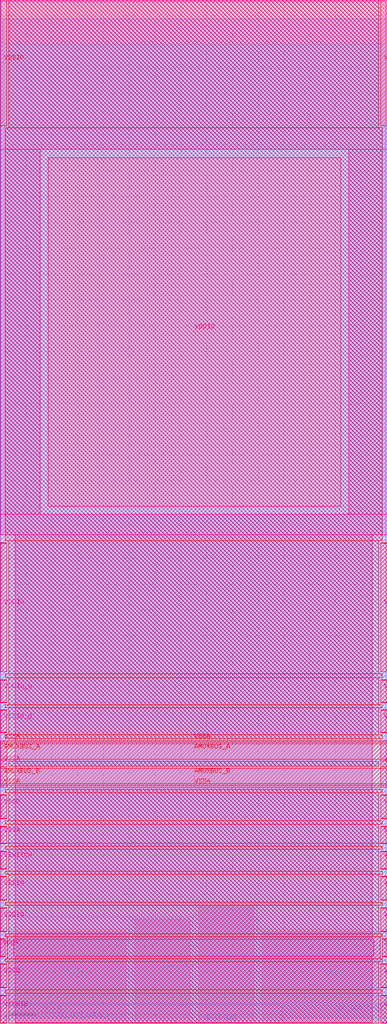
<source format=lef>
VERSION 5.7 ;
  NOWIREEXTENSIONATPIN ON ;
  DIVIDERCHAR "/" ;
  BUSBITCHARS "[]" ;
MACRO sky130_ef_io__vddio_lvc_pad
  CLASS PAD POWER ;
  FOREIGN sky130_ef_io__vddio_lvc_pad ;
  ORIGIN 0.000 0.000 ;
  SIZE 75.000 BY 197.965 ;
  PIN AMUXBUS_A
    DIRECTION INOUT ;
    USE SIGNAL ;
    PORT
      LAYER met4 ;
        RECT 0.000 51.090 75.000 54.070 ;
    END
    PORT
      LAYER met4 ;
        RECT 0.000 51.090 1.270 54.070 ;
    END
  END AMUXBUS_A
  PIN AMUXBUS_B
    DIRECTION INOUT ;
    USE SIGNAL ;
    PORT
      LAYER met4 ;
        RECT 0.000 46.330 75.000 49.310 ;
    END
    PORT
      LAYER met4 ;
        RECT 0.000 46.330 1.270 49.310 ;
    END
  END AMUXBUS_B
  PIN DRN_LVC1
    DIRECTION INOUT ;
    USE POWER ;
    PORT
      LAYER met3 ;
        RECT 26.000 -0.035 36.880 20.185 ;
    END
  END DRN_LVC1
  PIN DRN_LVC2
    DIRECTION INOUT ;
    USE POWER ;
    PORT
      LAYER met3 ;
        RECT 38.380 -0.035 49.255 22.865 ;
    END
  END DRN_LVC2
  PIN SRC_BDY_LVC1
    DIRECTION INOUT ;
    USE GROUND ;
    PORT
      LAYER met2 ;
        RECT 0.500 -0.035 20.495 1.450 ;
    END
  END SRC_BDY_LVC1
  PIN SRC_BDY_LVC2
    DIRECTION INOUT ;
    USE GROUND ;
    PORT
      LAYER met2 ;
        RECT 54.715 -0.035 74.700 3.625 ;
    END
  END SRC_BDY_LVC2
  PIN BDY2_B2B
    DIRECTION INOUT ;
    USE GROUND ;
    PORT
      LAYER met2 ;
        RECT 34.440 -0.035 44.440 0.290 ;
    END
  END BDY2_B2B
  PIN VSSA
    DIRECTION INOUT ;
    USE GROUND ;
    PORT
      LAYER met5 ;
        RECT 73.730 45.700 75.000 54.700 ;
    END
    PORT
      LAYER met5 ;
        RECT 73.730 34.805 75.000 38.050 ;
    END
    PORT
      LAYER met5 ;
        RECT 0.000 45.700 1.270 54.700 ;
    END
    PORT
      LAYER met5 ;
        RECT 0.000 34.805 1.270 38.050 ;
    END
    PORT
      LAYER met4 ;
        RECT 73.730 49.610 75.000 50.790 ;
    END
    PORT
      LAYER met4 ;
        RECT 0.000 54.370 75.000 54.700 ;
    END
    PORT
      LAYER met4 ;
        RECT 0.000 45.700 75.000 46.030 ;
    END
    PORT
      LAYER met4 ;
        RECT 73.730 34.700 75.000 38.150 ;
    END
    PORT
      LAYER met4 ;
        RECT 0.000 45.700 1.270 46.030 ;
    END
    PORT
      LAYER met4 ;
        RECT 0.000 49.610 1.270 50.790 ;
    END
    PORT
      LAYER met4 ;
        RECT 0.000 54.370 1.270 54.700 ;
    END
    PORT
      LAYER met4 ;
        RECT 0.000 34.700 1.270 38.150 ;
    END
  END VSSA
  PIN VDDA
    DIRECTION INOUT ;
    USE POWER ;
    PORT
      LAYER met5 ;
        RECT 74.035 13.000 75.000 16.250 ;
    END
    PORT
      LAYER met5 ;
        RECT 0.000 13.000 0.965 16.250 ;
    END
    PORT
      LAYER met4 ;
        RECT 74.035 12.900 75.000 16.350 ;
    END
    PORT
      LAYER met4 ;
        RECT 0.000 12.900 0.965 16.350 ;
    END
  END VDDA
  PIN VSWITCH
    DIRECTION INOUT ;
    USE POWER ;
    PORT
      LAYER met5 ;
        RECT 73.730 29.950 75.000 33.200 ;
    END
    PORT
      LAYER met5 ;
        RECT 0.000 29.950 1.270 33.200 ;
    END
    PORT
      LAYER met4 ;
        RECT 73.730 29.850 75.000 33.300 ;
    END
    PORT
      LAYER met4 ;
        RECT 0.000 29.850 1.270 33.300 ;
    END
  END VSWITCH
  PIN VDDIO_Q
    DIRECTION INOUT ;
    USE POWER ;
    PORT
      LAYER met5 ;
        RECT 73.730 62.150 75.000 66.400 ;
    END
    PORT
      LAYER met5 ;
        RECT 0.000 62.150 1.270 66.400 ;
    END
    PORT
      LAYER met4 ;
        RECT 73.730 62.050 75.000 66.500 ;
    END
    PORT
      LAYER met4 ;
        RECT 0.000 62.050 1.270 66.500 ;
    END
  END VDDIO_Q
  PIN VCCHIB
    DIRECTION INOUT ;
    USE POWER ;
    PORT
      LAYER met5 ;
        RECT 73.730 0.100 75.000 5.350 ;
    END
    PORT
      LAYER met5 ;
        RECT 0.000 0.100 1.270 5.350 ;
    END
    PORT
      LAYER met4 ;
        RECT 73.730 0.000 75.000 5.450 ;
    END
    PORT
      LAYER met4 ;
        RECT 0.000 0.000 1.270 5.450 ;
    END
  END VCCHIB
  PIN VDDIO
    DIRECTION INOUT ;
    USE POWER ;
    PORT
      LAYER met5 ;
        RECT 9.315 100.105 65.955 167.535 ;
    END
    PORT
      LAYER met3 ;
        RECT 50.755 -0.035 74.700 17.765 ;
    END
    PORT
      LAYER met3 ;
        RECT 0.500 -0.035 24.500 17.765 ;
    END
    PORT
      LAYER met5 ;
        RECT 73.730 68.000 75.000 92.950 ;
    END
    PORT
      LAYER met5 ;
        RECT 73.730 17.850 75.000 22.300 ;
    END
    PORT
      LAYER met5 ;
        RECT 0.000 68.000 1.270 92.950 ;
    END
    PORT
      LAYER met5 ;
        RECT 0.000 17.850 1.270 22.300 ;
    END
    PORT
      LAYER met4 ;
        RECT 73.730 17.750 75.000 22.400 ;
    END
    PORT
      LAYER met4 ;
        RECT 73.730 68.000 75.000 92.965 ;
    END
    PORT
      LAYER met4 ;
        RECT 0.000 17.750 1.270 22.400 ;
    END
    PORT
      LAYER met4 ;
        RECT 0.000 68.000 1.270 92.965 ;
    END
  END VDDIO
  PIN VCCD
    DIRECTION INOUT ;
    USE POWER ;
    PORT
      LAYER met5 ;
        RECT 73.730 6.950 75.000 11.400 ;
    END
    PORT
      LAYER met5 ;
        RECT 0.000 6.950 1.270 11.400 ;
    END
    PORT
      LAYER met4 ;
        RECT 73.730 6.850 75.000 11.500 ;
    END
    PORT
      LAYER met4 ;
        RECT 0.000 6.850 1.270 11.500 ;
    END
  END VCCD
  PIN VSSIO
    DIRECTION INOUT ;
    USE GROUND ;
    PORT
      LAYER met5 ;
        RECT 73.730 23.900 75.000 28.350 ;
    END
    PORT
      LAYER met5 ;
        RECT 0.000 23.900 1.270 28.350 ;
    END
    PORT
      LAYER met4 ;
        RECT 73.730 23.800 75.000 28.450 ;
    END
    PORT
      LAYER met4 ;
        RECT 73.730 173.750 75.000 197.965 ;
    END
    PORT
      LAYER met4 ;
        RECT 0.000 173.750 1.270 197.965 ;
    END
    PORT
      LAYER met4 ;
        RECT 0.000 23.800 1.270 28.450 ;
    END
  END VSSIO
  PIN VSSD
    DIRECTION INOUT ;
    USE GROUND ;
    PORT
      LAYER met5 ;
        RECT 73.730 39.650 75.000 44.100 ;
    END
    PORT
      LAYER met5 ;
        RECT 0.000 39.650 1.270 44.100 ;
    END
    PORT
      LAYER met4 ;
        RECT 73.730 39.550 75.000 44.200 ;
    END
    PORT
      LAYER met4 ;
        RECT 0.000 39.550 1.270 44.200 ;
    END
  END VSSD
  PIN VSSIO_Q
    DIRECTION INOUT ;
    USE GROUND ;
    PORT
      LAYER met5 ;
        RECT 73.730 56.300 75.000 60.550 ;
    END
    PORT
      LAYER met5 ;
        RECT 0.000 56.300 1.270 60.550 ;
    END
    PORT
      LAYER met4 ;
        RECT 73.730 56.200 75.000 60.650 ;
    END
    PORT
      LAYER met4 ;
        RECT 0.000 56.200 1.270 60.650 ;
    END
  END VSSIO_Q
  OBS
      LAYER li1 ;
        RECT 0.240 0.985 74.755 197.745 ;
      LAYER met1 ;
        RECT 0.120 0.000 74.785 197.805 ;
        RECT 16.655 -0.035 25.635 0.000 ;
        POLYGON 25.635 0.000 25.670 0.000 25.635 -0.035 ;
        RECT 26.210 -0.035 27.700 0.000 ;
        POLYGON 28.235 0.000 28.270 0.000 28.270 -0.035 ;
        RECT 28.270 -0.035 56.565 0.000 ;
      LAYER met2 ;
        RECT 0.490 3.905 74.700 194.395 ;
        RECT 0.490 3.625 54.435 3.905 ;
        RECT 0.490 1.730 54.715 3.625 ;
        RECT 20.775 0.570 54.715 1.730 ;
        RECT 20.775 0.005 34.160 0.570 ;
        RECT 44.720 0.005 54.715 0.570 ;
        RECT 20.775 0.000 34.440 0.005 ;
        RECT 20.925 -0.035 34.440 0.000 ;
        RECT 44.440 0.000 54.715 0.005 ;
        RECT 44.440 -0.035 53.535 0.000 ;
        RECT 54.095 -0.035 54.715 0.000 ;
      LAYER met3 ;
        RECT 0.490 23.265 74.700 189.480 ;
        RECT 0.490 20.585 37.980 23.265 ;
        RECT 0.490 18.165 25.600 20.585 ;
        RECT 24.900 0.000 25.600 18.165 ;
        RECT 37.280 0.000 37.980 20.585 ;
        RECT 49.655 18.165 74.700 23.265 ;
        RECT 49.655 0.000 50.355 18.165 ;
      LAYER met4 ;
        RECT 1.670 173.350 73.330 197.965 ;
        RECT 0.965 93.365 74.035 173.350 ;
        RECT 1.670 67.600 73.330 93.365 ;
        RECT 0.965 66.900 74.035 67.600 ;
        RECT 1.670 61.650 73.330 66.900 ;
        RECT 0.965 61.050 74.035 61.650 ;
        RECT 1.670 55.800 73.330 61.050 ;
        RECT 0.965 55.100 74.035 55.800 ;
        RECT 1.670 49.710 73.330 50.690 ;
        RECT 0.965 44.600 74.035 45.300 ;
        RECT 1.670 39.150 73.330 44.600 ;
        RECT 0.965 38.550 74.035 39.150 ;
        RECT 1.670 34.300 73.330 38.550 ;
        RECT 0.965 33.700 74.035 34.300 ;
        RECT 1.670 29.450 73.330 33.700 ;
        RECT 0.965 28.850 74.035 29.450 ;
        RECT 1.670 23.400 73.330 28.850 ;
        RECT 0.965 22.800 74.035 23.400 ;
        RECT 1.670 17.350 73.330 22.800 ;
        RECT 0.965 16.750 74.035 17.350 ;
        RECT 1.365 12.500 73.635 16.750 ;
        RECT 0.965 11.900 74.035 12.500 ;
        RECT 1.670 6.450 73.330 11.900 ;
        RECT 0.965 5.850 74.035 6.450 ;
        RECT 1.670 0.000 73.330 5.850 ;
      LAYER met5 ;
        RECT 0.000 169.135 75.000 197.965 ;
        RECT 0.000 98.505 7.715 169.135 ;
        RECT 67.555 98.505 75.000 169.135 ;
        RECT 0.000 94.550 75.000 98.505 ;
        RECT 2.870 34.805 72.130 94.550 ;
        RECT 0.000 34.800 75.000 34.805 ;
        RECT 2.870 16.250 72.130 34.800 ;
        RECT 2.565 13.000 72.435 16.250 ;
        RECT 2.870 0.100 72.130 13.000 ;
  END
END sky130_ef_io__vddio_lvc_pad
END LIBRARY


</source>
